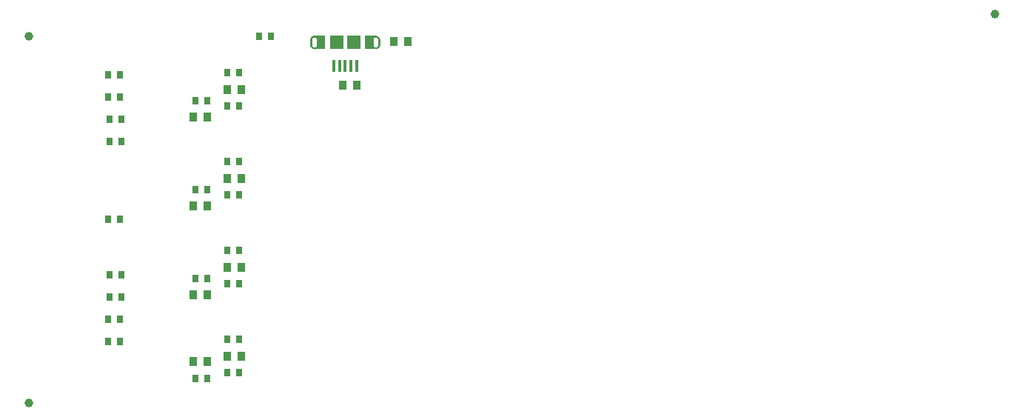
<source format=gbp>
G04*
G04 #@! TF.GenerationSoftware,Altium Limited,Altium Designer,20.2.6 (244)*
G04*
G04 Layer_Color=128*
%FSLAX25Y25*%
%MOIN*%
G70*
G04*
G04 #@! TF.SameCoordinates,92151F8D-A914-4CFD-8B26-E94C02A97E6A*
G04*
G04*
G04 #@! TF.FilePolarity,Positive*
G04*
G01*
G75*
%ADD20C,0.03937*%
%ADD22R,0.03150X0.03740*%
%ADD23R,0.03543X0.03937*%
%ADD54R,0.05906X0.06102*%
%ADD55R,0.01378X0.05315*%
%ADD59C,0.00000*%
G36*
X240945Y284079D02*
X236221D01*
X236118Y284081D01*
X236015Y284089D01*
X235912Y284103D01*
X235811Y284122D01*
X235711Y284146D01*
X235612Y284175D01*
X235515Y284209D01*
X235420Y284249D01*
X235327Y284293D01*
X235236Y284343D01*
X235148Y284396D01*
X235063Y284455D01*
X234982Y284517D01*
X234903Y284584D01*
X234828Y284655D01*
X234758Y284730D01*
X234691Y284808D01*
X234628Y284890D01*
X234570Y284975D01*
X234516Y285063D01*
X234467Y285154D01*
X234422Y285247D01*
X234383Y285342D01*
X234348Y285439D01*
X234319Y285538D01*
X234295Y285638D01*
X234276Y285739D01*
X234263Y285841D01*
X234255Y285944D01*
X234252Y286047D01*
Y288213D01*
X234255Y288316D01*
X234263Y288418D01*
X234276Y288521D01*
X234295Y288622D01*
X234319Y288722D01*
X234348Y288821D01*
X234383Y288918D01*
X234422Y289013D01*
X234467Y289106D01*
X234516Y289197D01*
X234570Y289285D01*
X234628Y289370D01*
X234691Y289451D01*
X234758Y289530D01*
X234828Y289604D01*
X234903Y289675D01*
X234982Y289742D01*
X235063Y289805D01*
X235148Y289863D01*
X235236Y289917D01*
X235327Y289967D01*
X235420Y290011D01*
X235515Y290050D01*
X235612Y290085D01*
X235711Y290114D01*
X235811Y290138D01*
X235912Y290157D01*
X236015Y290170D01*
X236118Y290178D01*
X236221Y290181D01*
X240945D01*
Y284079D01*
D02*
G37*
G36*
X263882Y290178D02*
X263985Y290170D01*
X264088Y290157D01*
X264189Y290138D01*
X264289Y290114D01*
X264388Y290085D01*
X264485Y290050D01*
X264580Y290011D01*
X264673Y289967D01*
X264764Y289917D01*
X264852Y289863D01*
X264937Y289805D01*
X265018Y289742D01*
X265097Y289675D01*
X265172Y289604D01*
X265242Y289530D01*
X265309Y289451D01*
X265372Y289370D01*
X265430Y289285D01*
X265484Y289197D01*
X265533Y289106D01*
X265578Y289013D01*
X265617Y288918D01*
X265652Y288821D01*
X265681Y288722D01*
X265705Y288622D01*
X265724Y288521D01*
X265737Y288418D01*
X265745Y288316D01*
X265748Y288213D01*
Y286047D01*
X265745Y285944D01*
X265737Y285841D01*
X265724Y285739D01*
X265705Y285638D01*
X265681Y285538D01*
X265652Y285439D01*
X265617Y285342D01*
X265578Y285247D01*
X265533Y285154D01*
X265484Y285063D01*
X265430Y284975D01*
X265372Y284890D01*
X265309Y284808D01*
X265242Y284730D01*
X265172Y284655D01*
X265097Y284584D01*
X265018Y284517D01*
X264937Y284455D01*
X264852Y284396D01*
X264764Y284343D01*
X264673Y284293D01*
X264580Y284249D01*
X264485Y284209D01*
X264388Y284175D01*
X264289Y284146D01*
X264189Y284122D01*
X264088Y284103D01*
X263985Y284089D01*
X263882Y284081D01*
X263779Y284079D01*
X259055D01*
Y290181D01*
X263779D01*
X263882Y290178D01*
D02*
G37*
%LPC*%
G36*
X236221Y289394D02*
X236169Y289392D01*
X236118Y289388D01*
X236067Y289382D01*
X236016Y289372D01*
X235966Y289360D01*
X235916Y289346D01*
X235868Y289328D01*
X235820Y289309D01*
X235774Y289286D01*
X235728Y289262D01*
X235684Y289235D01*
X235642Y289206D01*
X235601Y289174D01*
X235562Y289141D01*
X235525Y289105D01*
X235489Y289068D01*
X235456Y289029D01*
X235424Y288988D01*
X235395Y288946D01*
X235368Y288902D01*
X235344Y288856D01*
X235321Y288810D01*
X235302Y288762D01*
X235284Y288714D01*
X235270Y288664D01*
X235258Y288614D01*
X235248Y288563D01*
X235242Y288512D01*
X235238Y288461D01*
X235236Y288409D01*
Y285850D01*
X235238Y285799D01*
X235242Y285748D01*
X235248Y285696D01*
X235258Y285646D01*
X235270Y285596D01*
X235284Y285546D01*
X235302Y285498D01*
X235321Y285450D01*
X235344Y285403D01*
X235368Y285358D01*
X235395Y285314D01*
X235424Y285272D01*
X235456Y285231D01*
X235489Y285192D01*
X235525Y285154D01*
X235562Y285119D01*
X235601Y285086D01*
X235642Y285054D01*
X235684Y285025D01*
X235728Y284998D01*
X235774Y284973D01*
X235820Y284951D01*
X235868Y284931D01*
X235916Y284914D01*
X235966Y284900D01*
X236016Y284888D01*
X236067Y284878D01*
X236118Y284872D01*
X236169Y284868D01*
X236221Y284866D01*
X236272Y284868D01*
X236323Y284872D01*
X236374Y284878D01*
X236425Y284888D01*
X236475Y284900D01*
X236525Y284914D01*
X236573Y284931D01*
X236621Y284951D01*
X236667Y284973D01*
X236713Y284998D01*
X236756Y285025D01*
X236799Y285054D01*
X236840Y285086D01*
X236879Y285119D01*
X236916Y285154D01*
X236952Y285192D01*
X236985Y285231D01*
X237017Y285272D01*
X237046Y285314D01*
X237073Y285358D01*
X237097Y285403D01*
X237120Y285450D01*
X237139Y285498D01*
X237157Y285546D01*
X237171Y285596D01*
X237183Y285646D01*
X237193Y285696D01*
X237199Y285748D01*
X237203Y285799D01*
X237205Y285850D01*
Y288409D01*
X237203Y288461D01*
X237199Y288512D01*
X237193Y288563D01*
X237183Y288614D01*
X237171Y288664D01*
X237157Y288714D01*
X237139Y288762D01*
X237120Y288810D01*
X237097Y288856D01*
X237073Y288902D01*
X237046Y288946D01*
X237017Y288988D01*
X236985Y289029D01*
X236952Y289068D01*
X236916Y289105D01*
X236879Y289141D01*
X236840Y289174D01*
X236799Y289206D01*
X236756Y289235D01*
X236713Y289262D01*
X236667Y289286D01*
X236621Y289309D01*
X236573Y289328D01*
X236525Y289346D01*
X236475Y289360D01*
X236425Y289372D01*
X236374Y289382D01*
X236323Y289388D01*
X236272Y289392D01*
X236221Y289394D01*
D02*
G37*
G36*
X263779D02*
X263728Y289392D01*
X263677Y289388D01*
X263626Y289382D01*
X263575Y289372D01*
X263525Y289360D01*
X263475Y289346D01*
X263427Y289328D01*
X263379Y289309D01*
X263333Y289286D01*
X263287Y289262D01*
X263244Y289235D01*
X263201Y289206D01*
X263160Y289174D01*
X263121Y289141D01*
X263084Y289105D01*
X263048Y289068D01*
X263015Y289029D01*
X262983Y288988D01*
X262954Y288946D01*
X262927Y288902D01*
X262903Y288856D01*
X262880Y288810D01*
X262861Y288762D01*
X262843Y288714D01*
X262829Y288664D01*
X262817Y288614D01*
X262807Y288563D01*
X262801Y288512D01*
X262797Y288461D01*
X262795Y288409D01*
Y285850D01*
X262797Y285799D01*
X262801Y285748D01*
X262807Y285696D01*
X262817Y285646D01*
X262829Y285596D01*
X262843Y285546D01*
X262861Y285498D01*
X262880Y285450D01*
X262903Y285403D01*
X262927Y285358D01*
X262954Y285314D01*
X262983Y285272D01*
X263015Y285231D01*
X263048Y285192D01*
X263084Y285154D01*
X263121Y285119D01*
X263160Y285086D01*
X263201Y285054D01*
X263244Y285025D01*
X263287Y284998D01*
X263333Y284973D01*
X263379Y284951D01*
X263427Y284931D01*
X263475Y284914D01*
X263525Y284900D01*
X263575Y284888D01*
X263626Y284878D01*
X263677Y284872D01*
X263728Y284868D01*
X263779Y284866D01*
X263831Y284868D01*
X263882Y284872D01*
X263933Y284878D01*
X263984Y284888D01*
X264034Y284900D01*
X264084Y284914D01*
X264132Y284931D01*
X264180Y284951D01*
X264226Y284973D01*
X264272Y284998D01*
X264316Y285025D01*
X264358Y285054D01*
X264399Y285086D01*
X264438Y285119D01*
X264475Y285154D01*
X264511Y285192D01*
X264544Y285231D01*
X264576Y285272D01*
X264605Y285314D01*
X264632Y285358D01*
X264656Y285403D01*
X264679Y285450D01*
X264698Y285498D01*
X264716Y285546D01*
X264730Y285596D01*
X264742Y285646D01*
X264752Y285696D01*
X264758Y285748D01*
X264762Y285799D01*
X264764Y285850D01*
Y288409D01*
X264762Y288461D01*
X264758Y288512D01*
X264752Y288563D01*
X264742Y288614D01*
X264730Y288664D01*
X264716Y288714D01*
X264698Y288762D01*
X264679Y288810D01*
X264656Y288856D01*
X264632Y288902D01*
X264605Y288946D01*
X264576Y288988D01*
X264544Y289029D01*
X264511Y289068D01*
X264475Y289105D01*
X264438Y289141D01*
X264399Y289174D01*
X264358Y289206D01*
X264316Y289235D01*
X264272Y289262D01*
X264226Y289286D01*
X264180Y289309D01*
X264132Y289328D01*
X264084Y289346D01*
X264034Y289360D01*
X263984Y289372D01*
X263933Y289382D01*
X263882Y289388D01*
X263831Y289392D01*
X263779Y289394D01*
D02*
G37*
%LPD*%
D20*
X107500Y125000D02*
D03*
X542500Y300000D02*
D03*
X107500Y290000D02*
D03*
D22*
X188000Y261000D02*
D03*
X182685D02*
D03*
X188000Y221000D02*
D03*
X182685D02*
D03*
X188000Y181000D02*
D03*
X182685D02*
D03*
X188000Y136000D02*
D03*
X182685D02*
D03*
X148658Y207500D02*
D03*
X143342D02*
D03*
X211142Y290000D02*
D03*
X216458D02*
D03*
X197000Y153500D02*
D03*
X202315D02*
D03*
Y193500D02*
D03*
X197000D02*
D03*
Y233500D02*
D03*
X202315D02*
D03*
Y273500D02*
D03*
X197000D02*
D03*
X202315Y138500D02*
D03*
X197000D02*
D03*
Y178500D02*
D03*
X202315D02*
D03*
Y218500D02*
D03*
X197000D02*
D03*
Y258500D02*
D03*
X202315D02*
D03*
X143342Y152500D02*
D03*
X148658D02*
D03*
Y162500D02*
D03*
X143342D02*
D03*
X143842Y182500D02*
D03*
X149158D02*
D03*
Y172500D02*
D03*
X143842D02*
D03*
Y242500D02*
D03*
X149158D02*
D03*
Y252500D02*
D03*
X143842D02*
D03*
X143342Y262500D02*
D03*
X148658D02*
D03*
Y272500D02*
D03*
X143342D02*
D03*
D23*
X188000Y253500D02*
D03*
X181701D02*
D03*
X188000Y213500D02*
D03*
X181701D02*
D03*
X188000Y173500D02*
D03*
X181701D02*
D03*
X188000Y143500D02*
D03*
X181701D02*
D03*
X203299Y146000D02*
D03*
X197000D02*
D03*
Y186000D02*
D03*
X203299D02*
D03*
Y226000D02*
D03*
X197000D02*
D03*
Y266000D02*
D03*
X203299D02*
D03*
X248850Y268000D02*
D03*
X255150D02*
D03*
X278150Y287500D02*
D03*
X271850D02*
D03*
D54*
X253937Y287130D02*
D03*
X246063D02*
D03*
D55*
X255118Y276500D02*
D03*
X252559D02*
D03*
X250000D02*
D03*
X247441D02*
D03*
X244882D02*
D03*
D59*
X263779Y289492D02*
Y290161D01*
X236221Y284098D02*
Y284768D01*
M02*

</source>
